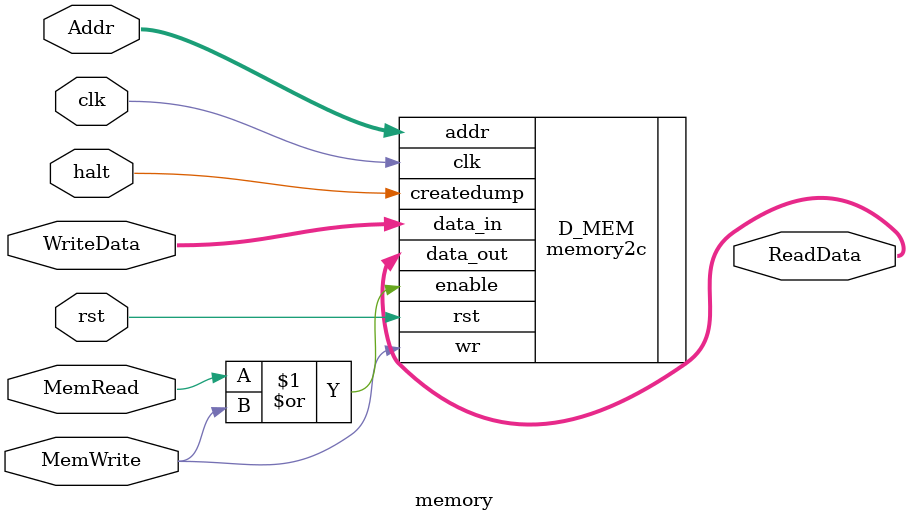
<source format=v>
/*
   CS/ECE 552 Spring '22
  
   Filename        : memory.v
   Description     : This module contains all components in the Memory stage of the 
                     processor.
*/
`default_nettype none
module memory (Addr, WriteData, halt, MemWrite, MemRead, ReadData, clk, rst);

input wire [15:0] Addr, WriteData;
input wire halt, MemWrite, MemRead, clk, rst;

output wire [15:0] ReadData;

memory2c D_MEM (.data_out(ReadData), .data_in(WriteData), .addr(Addr),
          .enable(MemRead|MemWrite), .wr(MemWrite), .createdump(halt), .clk(clk), .rst(rst));
   
endmodule
`default_nettype wire

</source>
